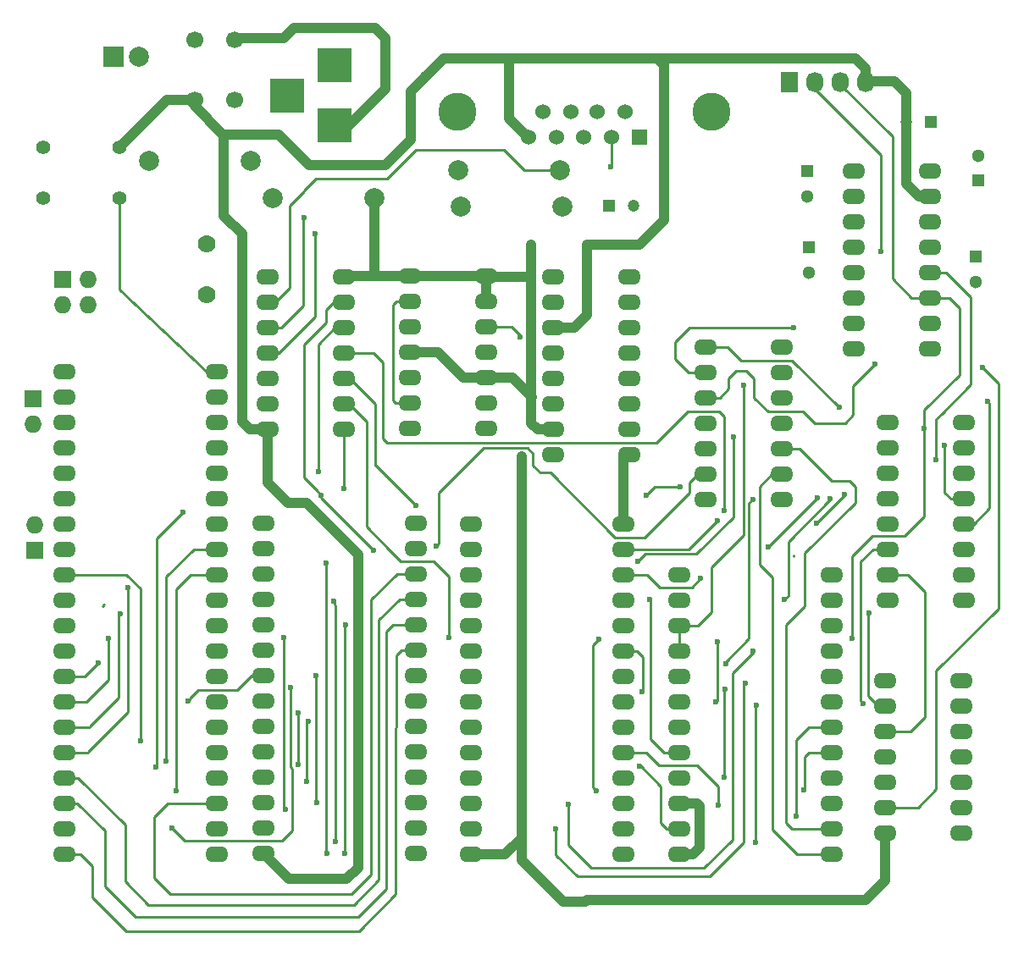
<source format=gbr>
%TF.GenerationSoftware,KiCad,Pcbnew,(6.0.2)*%
%TF.CreationDate,2022-04-25T16:03:39-04:00*%
%TF.ProjectId,MicroUK101,4d696372-6f55-44b3-9130-312e6b696361,rev?*%
%TF.SameCoordinates,Original*%
%TF.FileFunction,Copper,L2,Bot*%
%TF.FilePolarity,Positive*%
%FSLAX46Y46*%
G04 Gerber Fmt 4.6, Leading zero omitted, Abs format (unit mm)*
G04 Created by KiCad (PCBNEW (6.0.2)) date 2022-04-25 16:03:39*
%MOMM*%
%LPD*%
G01*
G04 APERTURE LIST*
%TA.AperFunction,ComponentPad*%
%ADD10R,1.200000X1.200000*%
%TD*%
%TA.AperFunction,ComponentPad*%
%ADD11C,1.200000*%
%TD*%
%TA.AperFunction,ComponentPad*%
%ADD12R,3.500120X3.500120*%
%TD*%
%TA.AperFunction,ComponentPad*%
%ADD13R,1.727200X1.727200*%
%TD*%
%TA.AperFunction,ComponentPad*%
%ADD14O,1.727200X1.727200*%
%TD*%
%TA.AperFunction,ComponentPad*%
%ADD15C,1.998980*%
%TD*%
%TA.AperFunction,ComponentPad*%
%ADD16C,1.397000*%
%TD*%
%TA.AperFunction,ComponentPad*%
%ADD17O,2.300000X1.600000*%
%TD*%
%TA.AperFunction,ComponentPad*%
%ADD18C,1.778000*%
%TD*%
%TA.AperFunction,ComponentPad*%
%ADD19R,2.000000X2.000000*%
%TD*%
%TA.AperFunction,ComponentPad*%
%ADD20C,2.000000*%
%TD*%
%TA.AperFunction,ComponentPad*%
%ADD21R,1.300000X1.300000*%
%TD*%
%TA.AperFunction,ComponentPad*%
%ADD22C,1.300000*%
%TD*%
%TA.AperFunction,ComponentPad*%
%ADD23C,1.700000*%
%TD*%
%TA.AperFunction,ComponentPad*%
%ADD24R,1.727200X2.032000*%
%TD*%
%TA.AperFunction,ComponentPad*%
%ADD25O,1.727200X2.032000*%
%TD*%
%TA.AperFunction,ComponentPad*%
%ADD26C,3.810000*%
%TD*%
%TA.AperFunction,ComponentPad*%
%ADD27R,1.524000X1.524000*%
%TD*%
%TA.AperFunction,ComponentPad*%
%ADD28C,1.524000*%
%TD*%
%TA.AperFunction,ViaPad*%
%ADD29C,0.600000*%
%TD*%
%TA.AperFunction,Conductor*%
%ADD30C,0.250000*%
%TD*%
%TA.AperFunction,Conductor*%
%ADD31C,1.000000*%
%TD*%
%TA.AperFunction,Conductor*%
%ADD32C,0.300000*%
%TD*%
G04 APERTURE END LIST*
D10*
%TO.P,C5,1*%
%TO.N,5V*%
X124460000Y-47447200D03*
D11*
%TO.P,C5,2*%
%TO.N,GND*%
X121960000Y-47447200D03*
%TD*%
D10*
%TO.P,C6,1*%
%TO.N,Net-(C6-Pad1)*%
X92252800Y-55829200D03*
D11*
%TO.P,C6,2*%
%TO.N,Net-(C6-Pad2)*%
X94752800Y-55829200D03*
%TD*%
D12*
%TO.P,CON1,1*%
%TO.N,Net-(CON1-Pad1)*%
X64820800Y-47754540D03*
%TO.P,CON1,2*%
%TO.N,Net-(CON1-Pad2)*%
X64820800Y-41755060D03*
%TO.P,CON1,3*%
%TO.N,Net-(CON1-Pad3)*%
X60121800Y-44754800D03*
%TD*%
D13*
%TO.P,P1,1*%
%TO.N,CLOCK*%
X37642800Y-63144400D03*
D14*
%TO.P,P1,2*%
%TO.N,2MHz*%
X40182800Y-63144400D03*
%TO.P,P1,3*%
%TO.N,CLOCK*%
X37642800Y-65684400D03*
%TO.P,P1,4*%
%TO.N,1MHz*%
X40182800Y-65684400D03*
%TD*%
D15*
%TO.P,R1,1*%
%TO.N,5V*%
X68834000Y-55067200D03*
%TO.P,R1,2*%
%TO.N,RESET*%
X58674000Y-55067200D03*
%TD*%
%TO.P,R2,1*%
%TO.N,Net-(C6-Pad2)*%
X87376000Y-52222400D03*
%TO.P,R2,2*%
%TO.N,Net-(R2-Pad2)*%
X77216000Y-52222400D03*
%TD*%
%TO.P,R3,1*%
%TO.N,Net-(R3-Pad1)*%
X77470000Y-55880000D03*
%TO.P,R3,2*%
%TO.N,Net-(C6-Pad1)*%
X87630000Y-55880000D03*
%TD*%
D16*
%TO.P,SW1,1*%
%TO.N,RESET*%
X35712400Y-55067200D03*
X43332400Y-55067200D03*
%TO.P,SW1,2*%
%TO.N,GND*%
X43332400Y-49987200D03*
X35712400Y-49987200D03*
%TD*%
D17*
%TO.P,U1,1*%
%TO.N,VSS*%
X37846000Y-72390000D03*
%TO.P,U1,2*%
%TO.N,5V*%
X37846000Y-74930000D03*
%TO.P,U1,3*%
%TO.N,Net-(U1-Pad3)*%
X37846000Y-77470000D03*
%TO.P,U1,4*%
%TO.N,~{IRQ}*%
X37846000Y-80010000D03*
%TO.P,U1,5*%
%TO.N,Net-(U1-Pad5)*%
X37846000Y-82550000D03*
%TO.P,U1,6*%
%TO.N,~{NMI}*%
X37846000Y-85090000D03*
%TO.P,U1,7*%
%TO.N,Net-(U1-Pad7)*%
X37846000Y-87630000D03*
%TO.P,U1,8*%
%TO.N,5V*%
X37846000Y-90170000D03*
%TO.P,U1,9*%
%TO.N,A0*%
X37846000Y-92710000D03*
%TO.P,U1,10*%
%TO.N,A1*%
X37846000Y-95250000D03*
%TO.P,U1,11*%
%TO.N,A2*%
X37846000Y-97790000D03*
%TO.P,U1,12*%
%TO.N,A3*%
X37846000Y-100330000D03*
%TO.P,U1,13*%
%TO.N,A4*%
X37846000Y-102870000D03*
%TO.P,U1,14*%
%TO.N,A5*%
X37846000Y-105410000D03*
%TO.P,U1,15*%
%TO.N,A6*%
X37846000Y-107950000D03*
%TO.P,U1,16*%
%TO.N,A7*%
X37846000Y-110490000D03*
%TO.P,U1,17*%
%TO.N,A8*%
X37846000Y-113030000D03*
%TO.P,U1,18*%
%TO.N,A9*%
X37846000Y-115570000D03*
%TO.P,U1,19*%
%TO.N,A10*%
X37846000Y-118110000D03*
%TO.P,U1,20*%
%TO.N,A11*%
X37846000Y-120650000D03*
%TO.P,U1,21*%
%TO.N,GND*%
X53086000Y-120650000D03*
%TO.P,U1,22*%
%TO.N,A12*%
X53086000Y-118110000D03*
%TO.P,U1,23*%
%TO.N,A13*%
X53086000Y-115570000D03*
%TO.P,U1,24*%
%TO.N,A14*%
X53086000Y-113030000D03*
%TO.P,U1,25*%
%TO.N,A15*%
X53086000Y-110490000D03*
%TO.P,U1,26*%
%TO.N,D7*%
X53086000Y-107950000D03*
%TO.P,U1,27*%
%TO.N,D6*%
X53086000Y-105410000D03*
%TO.P,U1,28*%
%TO.N,D5*%
X53086000Y-102870000D03*
%TO.P,U1,29*%
%TO.N,D4*%
X53086000Y-100330000D03*
%TO.P,U1,30*%
%TO.N,D3*%
X53086000Y-97790000D03*
%TO.P,U1,31*%
%TO.N,D2*%
X53086000Y-95250000D03*
%TO.P,U1,32*%
%TO.N,D1*%
X53086000Y-92710000D03*
%TO.P,U1,33*%
%TO.N,D0*%
X53086000Y-90170000D03*
%TO.P,U1,34*%
%TO.N,R/~{W}*%
X53086000Y-87630000D03*
%TO.P,U1,35*%
%TO.N,Net-(U1-Pad35)*%
X53086000Y-85090000D03*
%TO.P,U1,36*%
%TO.N,Net-(U1-Pad36)*%
X53086000Y-82550000D03*
%TO.P,U1,37*%
%TO.N,CLOCK*%
X53086000Y-80010000D03*
%TO.P,U1,38*%
%TO.N,Net-(U1-Pad38)*%
X53086000Y-77470000D03*
%TO.P,U1,39*%
%TO.N,Phi2*%
X53086000Y-74930000D03*
%TO.P,U1,40*%
%TO.N,RESET*%
X53086000Y-72390000D03*
%TD*%
%TO.P,U4,1*%
%TO.N,Net-(C1-Pad1)*%
X116738400Y-52324000D03*
%TO.P,U4,2*%
%TO.N,Net-(C3-Pad1)*%
X116738400Y-54864000D03*
%TO.P,U4,3*%
%TO.N,Net-(C1-Pad2)*%
X116738400Y-57404000D03*
%TO.P,U4,4*%
%TO.N,Net-(C2-Pad1)*%
X116738400Y-59944000D03*
%TO.P,U4,5*%
%TO.N,Net-(C2-Pad2)*%
X116738400Y-62484000D03*
%TO.P,U4,6*%
%TO.N,Net-(C4-Pad2)*%
X116738400Y-65024000D03*
%TO.P,U4,7*%
%TO.N,Tx*%
X116738400Y-67564000D03*
%TO.P,U4,8*%
%TO.N,Rx*%
X116738400Y-70104000D03*
%TO.P,U4,9*%
%TO.N,Net-(U4-Pad9)*%
X124358400Y-70104000D03*
%TO.P,U4,10*%
%TO.N,Net-(U4-Pad10)*%
X124358400Y-67564000D03*
%TO.P,U4,11*%
%TO.N,TTL_Tx*%
X124358400Y-65024000D03*
%TO.P,U4,12*%
%TO.N,TTL_Rx*%
X124358400Y-62484000D03*
%TO.P,U4,13*%
%TO.N,Net-(U4-Pad13)*%
X124358400Y-59944000D03*
%TO.P,U4,14*%
%TO.N,Net-(U4-Pad14)*%
X124358400Y-57404000D03*
%TO.P,U4,15*%
%TO.N,GND*%
X124358400Y-54864000D03*
%TO.P,U4,16*%
%TO.N,5V*%
X124358400Y-52324000D03*
%TD*%
%TO.P,U6,1*%
%TO.N,Net-(R2-Pad2)*%
X58166000Y-62941200D03*
%TO.P,U6,2*%
%TO.N,Net-(C6-Pad2)*%
X58166000Y-65481200D03*
%TO.P,U6,3*%
%TO.N,Net-(C6-Pad1)*%
X58166000Y-68021200D03*
%TO.P,U6,4*%
%TO.N,Net-(R3-Pad1)*%
X58166000Y-70561200D03*
%TO.P,U6,5*%
X58166000Y-73101200D03*
%TO.P,U6,6*%
%TO.N,4MHz*%
X58166000Y-75641200D03*
%TO.P,U6,7*%
%TO.N,GND*%
X58166000Y-78181200D03*
%TO.P,U6,8*%
%TO.N,Net-(U11-Pad2)*%
X65786000Y-78181200D03*
%TO.P,U6,9*%
%TO.N,A11*%
X65786000Y-75641200D03*
%TO.P,U6,10*%
%TO.N,CS_ACIA*%
X65786000Y-73101200D03*
%TO.P,U6,11*%
%TO.N,Fxxx*%
X65786000Y-70561200D03*
%TO.P,U6,12*%
%TO.N,Net-(U10-Pad4)*%
X65786000Y-68021200D03*
%TO.P,U6,13*%
%TO.N,R/~{W}*%
X65786000Y-65481200D03*
%TO.P,U6,14*%
%TO.N,5V*%
X65786000Y-62941200D03*
%TD*%
%TO.P,U7,1*%
%TO.N,Net-(U10-Pad11)*%
X86664800Y-62941200D03*
%TO.P,U7,2*%
%TO.N,4MHz*%
X86664800Y-65481200D03*
%TO.P,U7,3*%
%TO.N,GND*%
X86664800Y-68021200D03*
%TO.P,U7,4*%
X86664800Y-70561200D03*
%TO.P,U7,5*%
X86664800Y-73101200D03*
%TO.P,U7,6*%
X86664800Y-75641200D03*
%TO.P,U7,7*%
%TO.N,5V*%
X86664800Y-78181200D03*
%TO.P,U7,8*%
%TO.N,GND*%
X86664800Y-80721200D03*
%TO.P,U7,9*%
%TO.N,5V*%
X94284800Y-80721200D03*
%TO.P,U7,10*%
X94284800Y-78181200D03*
%TO.P,U7,11*%
%TO.N,BAUDCLK*%
X94284800Y-75641200D03*
%TO.P,U7,12*%
%TO.N,Net-(U10-Pad12)*%
X94284800Y-73101200D03*
%TO.P,U7,13*%
%TO.N,Net-(U7-Pad13)*%
X94284800Y-70561200D03*
%TO.P,U7,14*%
%TO.N,Net-(U7-Pad14)*%
X94284800Y-68021200D03*
%TO.P,U7,15*%
%TO.N,Net-(U7-Pad15)*%
X94284800Y-65481200D03*
%TO.P,U7,16*%
%TO.N,5V*%
X94284800Y-62941200D03*
%TD*%
%TO.P,U8,1*%
%TO.N,5V*%
X72390000Y-62839600D03*
%TO.P,U8,2*%
%TO.N,2MHz*%
X72390000Y-65379600D03*
%TO.P,U8,3*%
%TO.N,4MHz*%
X72390000Y-67919600D03*
%TO.P,U8,4*%
%TO.N,5V*%
X72390000Y-70459600D03*
%TO.P,U8,5*%
%TO.N,Net-(U8-Pad5)*%
X72390000Y-72999600D03*
%TO.P,U8,6*%
%TO.N,2MHz*%
X72390000Y-75539600D03*
%TO.P,U8,7*%
%TO.N,GND*%
X72390000Y-78079600D03*
%TO.P,U8,8*%
%TO.N,1MHz*%
X80010000Y-78079600D03*
%TO.P,U8,9*%
%TO.N,Net-(U8-Pad9)*%
X80010000Y-75539600D03*
%TO.P,U8,10*%
%TO.N,5V*%
X80010000Y-72999600D03*
%TO.P,U8,11*%
%TO.N,2MHz*%
X80010000Y-70459600D03*
%TO.P,U8,12*%
%TO.N,1MHz*%
X80010000Y-67919600D03*
%TO.P,U8,13*%
%TO.N,5V*%
X80010000Y-65379600D03*
%TO.P,U8,14*%
X80010000Y-62839600D03*
%TD*%
%TO.P,U9,1*%
%TO.N,A12*%
X120142000Y-77470000D03*
%TO.P,U9,2*%
%TO.N,A13*%
X120142000Y-80010000D03*
%TO.P,U9,3*%
%TO.N,A14*%
X120142000Y-82550000D03*
%TO.P,U9,4*%
%TO.N,GND*%
X120142000Y-85090000D03*
%TO.P,U9,5*%
X120142000Y-87630000D03*
%TO.P,U9,6*%
%TO.N,A15*%
X120142000Y-90170000D03*
%TO.P,U9,7*%
%TO.N,Fxxx*%
X120142000Y-92710000D03*
%TO.P,U9,8*%
%TO.N,GND*%
X120142000Y-95250000D03*
%TO.P,U9,9*%
%TO.N,Exxx*%
X127762000Y-95250000D03*
%TO.P,U9,10*%
%TO.N,Dxxx*%
X127762000Y-92710000D03*
%TO.P,U9,11*%
%TO.N,Cxxx*%
X127762000Y-90170000D03*
%TO.P,U9,12*%
%TO.N,Bxxx*%
X127762000Y-87630000D03*
%TO.P,U9,13*%
%TO.N,Axxx*%
X127762000Y-85090000D03*
%TO.P,U9,14*%
%TO.N,9xxx*%
X127762000Y-82550000D03*
%TO.P,U9,15*%
%TO.N,8xxx*%
X127762000Y-80010000D03*
%TO.P,U9,16*%
%TO.N,5V*%
X127762000Y-77470000D03*
%TD*%
%TO.P,U10,1*%
%TO.N,Axxx*%
X101955600Y-69951600D03*
%TO.P,U10,2*%
%TO.N,Bxxx*%
X101955600Y-72491600D03*
%TO.P,U10,3*%
%TO.N,Net-(U10-Pad3)*%
X101955600Y-75031600D03*
%TO.P,U10,4*%
%TO.N,Net-(U10-Pad4)*%
X101955600Y-77571600D03*
%TO.P,U10,5*%
%TO.N,Phi2*%
X101955600Y-80111600D03*
%TO.P,U10,6*%
%TO.N,~{WRITE}*%
X101955600Y-82651600D03*
%TO.P,U10,7*%
%TO.N,GND*%
X101955600Y-85191600D03*
%TO.P,U10,8*%
%TO.N,~{READ}*%
X109575600Y-85191600D03*
%TO.P,U10,9*%
%TO.N,R/~{W}*%
X109575600Y-82651600D03*
%TO.P,U10,10*%
%TO.N,Phi2*%
X109575600Y-80111600D03*
%TO.P,U10,11*%
%TO.N,Net-(U10-Pad11)*%
X109575600Y-77571600D03*
%TO.P,U10,12*%
%TO.N,Net-(U10-Pad12)*%
X109575600Y-75031600D03*
%TO.P,U10,13*%
%TO.N,BAUDCLK*%
X109575600Y-72491600D03*
%TO.P,U10,14*%
%TO.N,5V*%
X109575600Y-69951600D03*
%TD*%
%TO.P,U11,1*%
%TO.N,Net-(U11-Pad1)*%
X119888000Y-103276400D03*
%TO.P,U11,2*%
%TO.N,Net-(U11-Pad2)*%
X119888000Y-105816400D03*
%TO.P,U11,3*%
%TO.N,Fxxx*%
X119888000Y-108356400D03*
%TO.P,U11,4*%
%TO.N,CS_ROM*%
X119888000Y-110896400D03*
%TO.P,U11,5*%
%TO.N,Net-(U11-Pad1)*%
X119888000Y-113436400D03*
%TO.P,U11,6*%
%TO.N,Net-(U10-Pad3)*%
X119888000Y-115976400D03*
%TO.P,U11,7*%
%TO.N,GND*%
X119888000Y-118516400D03*
%TO.P,U11,8*%
%TO.N,Net-(U11-Pad8)*%
X127508000Y-118516400D03*
%TO.P,U11,9*%
%TO.N,Net-(U11-Pad9)*%
X127508000Y-115976400D03*
%TO.P,U11,10*%
%TO.N,Net-(U11-Pad10)*%
X127508000Y-113436400D03*
%TO.P,U11,11*%
%TO.N,Net-(U11-Pad11)*%
X127508000Y-110896400D03*
%TO.P,U11,12*%
%TO.N,Net-(U11-Pad12)*%
X127508000Y-108356400D03*
%TO.P,U11,13*%
%TO.N,Net-(U11-Pad13)*%
X127508000Y-105816400D03*
%TO.P,U11,14*%
%TO.N,5V*%
X127508000Y-103276400D03*
%TD*%
D18*
%TO.P,X1,1*%
%TO.N,Net-(R2-Pad2)*%
X52070000Y-59588400D03*
%TO.P,X1,2*%
%TO.N,Net-(R3-Pad1)*%
X52070000Y-64668400D03*
%TD*%
D17*
%TO.P,U2,1*%
%TO.N,A14*%
X57759600Y-87528400D03*
%TO.P,U2,2*%
%TO.N,A12*%
X57759600Y-90068400D03*
%TO.P,U2,3*%
%TO.N,A7*%
X57759600Y-92608400D03*
%TO.P,U2,4*%
%TO.N,A6*%
X57759600Y-95148400D03*
%TO.P,U2,5*%
%TO.N,A5*%
X57759600Y-97688400D03*
%TO.P,U2,6*%
%TO.N,A4*%
X57759600Y-100228400D03*
%TO.P,U2,7*%
%TO.N,A3*%
X57759600Y-102768400D03*
%TO.P,U2,8*%
%TO.N,A2*%
X57759600Y-105308400D03*
%TO.P,U2,9*%
%TO.N,A1*%
X57759600Y-107848400D03*
%TO.P,U2,10*%
%TO.N,A0*%
X57759600Y-110388400D03*
%TO.P,U2,11*%
%TO.N,D0*%
X57759600Y-112928400D03*
%TO.P,U2,12*%
%TO.N,D1*%
X57759600Y-115468400D03*
%TO.P,U2,13*%
%TO.N,D2*%
X57759600Y-118008400D03*
%TO.P,U2,14*%
%TO.N,GND*%
X57759600Y-120548400D03*
%TO.P,U2,15*%
%TO.N,D3*%
X72999600Y-120548400D03*
%TO.P,U2,16*%
%TO.N,D4*%
X72999600Y-118008400D03*
%TO.P,U2,17*%
%TO.N,D5*%
X72999600Y-115468400D03*
%TO.P,U2,18*%
%TO.N,D6*%
X72999600Y-112928400D03*
%TO.P,U2,19*%
%TO.N,D7*%
X72999600Y-110388400D03*
%TO.P,U2,20*%
%TO.N,A15*%
X72999600Y-107848400D03*
%TO.P,U2,21*%
%TO.N,A10*%
X72999600Y-105308400D03*
%TO.P,U2,22*%
%TO.N,~{READ}*%
X72999600Y-102768400D03*
%TO.P,U2,23*%
%TO.N,A11*%
X72999600Y-100228400D03*
%TO.P,U2,24*%
%TO.N,A9*%
X72999600Y-97688400D03*
%TO.P,U2,25*%
%TO.N,A8*%
X72999600Y-95148400D03*
%TO.P,U2,26*%
%TO.N,A13*%
X72999600Y-92608400D03*
%TO.P,U2,27*%
%TO.N,~{WRITE}*%
X72999600Y-90068400D03*
%TO.P,U2,28*%
%TO.N,5V*%
X72999600Y-87528400D03*
%TD*%
%TO.P,U3,1*%
%TO.N,5V*%
X78435200Y-87630000D03*
%TO.P,U3,2*%
%TO.N,A12*%
X78435200Y-90170000D03*
%TO.P,U3,3*%
%TO.N,A7*%
X78435200Y-92710000D03*
%TO.P,U3,4*%
%TO.N,A6*%
X78435200Y-95250000D03*
%TO.P,U3,5*%
%TO.N,A5*%
X78435200Y-97790000D03*
%TO.P,U3,6*%
%TO.N,A4*%
X78435200Y-100330000D03*
%TO.P,U3,7*%
%TO.N,A3*%
X78435200Y-102870000D03*
%TO.P,U3,8*%
%TO.N,A2*%
X78435200Y-105410000D03*
%TO.P,U3,9*%
%TO.N,A1*%
X78435200Y-107950000D03*
%TO.P,U3,10*%
%TO.N,A0*%
X78435200Y-110490000D03*
%TO.P,U3,11*%
%TO.N,D0*%
X78435200Y-113030000D03*
%TO.P,U3,12*%
%TO.N,D1*%
X78435200Y-115570000D03*
%TO.P,U3,13*%
%TO.N,D2*%
X78435200Y-118110000D03*
%TO.P,U3,14*%
%TO.N,GND*%
X78435200Y-120650000D03*
%TO.P,U3,15*%
%TO.N,D3*%
X93675200Y-120650000D03*
%TO.P,U3,16*%
%TO.N,D4*%
X93675200Y-118110000D03*
%TO.P,U3,17*%
%TO.N,D5*%
X93675200Y-115570000D03*
%TO.P,U3,18*%
%TO.N,D6*%
X93675200Y-113030000D03*
%TO.P,U3,19*%
%TO.N,D7*%
X93675200Y-110490000D03*
%TO.P,U3,20*%
%TO.N,CS_ROM*%
X93675200Y-107950000D03*
%TO.P,U3,21*%
%TO.N,A10*%
X93675200Y-105410000D03*
%TO.P,U3,22*%
%TO.N,~{READ}*%
X93675200Y-102870000D03*
%TO.P,U3,23*%
%TO.N,A11*%
X93675200Y-100330000D03*
%TO.P,U3,24*%
%TO.N,A9*%
X93675200Y-97790000D03*
%TO.P,U3,25*%
%TO.N,A8*%
X93675200Y-95250000D03*
%TO.P,U3,26*%
%TO.N,A13*%
X93675200Y-92710000D03*
%TO.P,U3,27*%
%TO.N,A14*%
X93675200Y-90170000D03*
%TO.P,U3,28*%
%TO.N,5V*%
X93675200Y-87630000D03*
%TD*%
%TO.P,U5,1*%
%TO.N,GND*%
X99263200Y-92710000D03*
%TO.P,U5,2*%
%TO.N,TTL_Rx*%
X99263200Y-95250000D03*
%TO.P,U5,3*%
%TO.N,BAUDCLK*%
X99263200Y-97790000D03*
%TO.P,U5,4*%
X99263200Y-100330000D03*
%TO.P,U5,5*%
%TO.N,Net-(U5-Pad5)*%
X99263200Y-102870000D03*
%TO.P,U5,6*%
%TO.N,TTL_Tx*%
X99263200Y-105410000D03*
%TO.P,U5,7*%
%TO.N,Net-(U5-Pad7)*%
X99263200Y-107950000D03*
%TO.P,U5,8*%
%TO.N,CS_ACIA*%
X99263200Y-110490000D03*
%TO.P,U5,9*%
%TO.N,A11*%
X99263200Y-113030000D03*
%TO.P,U5,10*%
%TO.N,5V*%
X99263200Y-115570000D03*
%TO.P,U5,11*%
%TO.N,A0*%
X99263200Y-118110000D03*
%TO.P,U5,12*%
%TO.N,5V*%
X99263200Y-120650000D03*
%TO.P,U5,13*%
%TO.N,R/~{W}*%
X114503200Y-120650000D03*
%TO.P,U5,14*%
%TO.N,Phi2*%
X114503200Y-118110000D03*
%TO.P,U5,15*%
%TO.N,D7*%
X114503200Y-115570000D03*
%TO.P,U5,16*%
%TO.N,D6*%
X114503200Y-113030000D03*
%TO.P,U5,17*%
%TO.N,D5*%
X114503200Y-110490000D03*
%TO.P,U5,18*%
%TO.N,D4*%
X114503200Y-107950000D03*
%TO.P,U5,19*%
%TO.N,D3*%
X114503200Y-105410000D03*
%TO.P,U5,20*%
%TO.N,D2*%
X114503200Y-102870000D03*
%TO.P,U5,21*%
%TO.N,D1*%
X114503200Y-100330000D03*
%TO.P,U5,22*%
%TO.N,D0*%
X114503200Y-97790000D03*
%TO.P,U5,23*%
%TO.N,GND*%
X114503200Y-95250000D03*
%TO.P,U5,24*%
X114503200Y-92710000D03*
%TD*%
D19*
%TO.P,D1,1*%
%TO.N,GND*%
X42722800Y-40894000D03*
D20*
%TO.P,D1,2*%
%TO.N,Net-(D1-Pad2)*%
X45262800Y-40894000D03*
%TD*%
D15*
%TO.P,R4,1*%
%TO.N,5V*%
X56489600Y-51308000D03*
%TO.P,R4,2*%
%TO.N,Net-(D1-Pad2)*%
X46329600Y-51308000D03*
%TD*%
D21*
%TO.P,C1,1*%
%TO.N,Net-(C1-Pad1)*%
X112115600Y-52324000D03*
D22*
%TO.P,C1,2*%
%TO.N,Net-(C1-Pad2)*%
X112115600Y-54824000D03*
%TD*%
D21*
%TO.P,C2,1*%
%TO.N,Net-(C2-Pad1)*%
X112217200Y-59944000D03*
D22*
%TO.P,C2,2*%
%TO.N,Net-(C2-Pad2)*%
X112217200Y-62444000D03*
%TD*%
D21*
%TO.P,C3,1*%
%TO.N,Net-(C3-Pad1)*%
X129184400Y-53289200D03*
D22*
%TO.P,C3,2*%
%TO.N,5V*%
X129184400Y-50789200D03*
%TD*%
D21*
%TO.P,C4,1*%
%TO.N,GND*%
X128930400Y-60909200D03*
D22*
%TO.P,C4,2*%
%TO.N,Net-(C4-Pad2)*%
X128930400Y-63409200D03*
%TD*%
D23*
%TO.P,SW2,1*%
%TO.N,GND*%
X50850800Y-45212000D03*
%TO.P,SW2,2*%
%TO.N,Net-(CON1-Pad2)*%
X50850800Y-39212000D03*
%TO.P,SW2,3*%
%TO.N,5V*%
X54850800Y-45212000D03*
%TO.P,SW2,4*%
%TO.N,Net-(CON1-Pad1)*%
X54850800Y-39212000D03*
%TD*%
D24*
%TO.P,P2,1*%
%TO.N,5V*%
X110286800Y-43434000D03*
D25*
%TO.P,P2,2*%
%TO.N,TTL_Rx*%
X112826800Y-43434000D03*
%TO.P,P2,3*%
%TO.N,TTL_Tx*%
X115366800Y-43434000D03*
%TO.P,P2,4*%
%TO.N,GND*%
X117906800Y-43434000D03*
%TD*%
D13*
%TO.P,P3,1*%
%TO.N,5V*%
X34696400Y-75082400D03*
D14*
%TO.P,P3,2*%
%TO.N,~{IRQ}*%
X34696400Y-77622400D03*
%TD*%
D13*
%TO.P,P4,1*%
%TO.N,5V*%
X34848800Y-90220800D03*
D14*
%TO.P,P4,2*%
%TO.N,~{NMI}*%
X34848800Y-87680800D03*
%TD*%
D26*
%TO.P,J1,*%
%TO.N,*%
X77139800Y-46380400D03*
X102539800Y-46380400D03*
D27*
%TO.P,J1,1*%
%TO.N,Net-(J1-Pad1)*%
X95300800Y-48920400D03*
D28*
%TO.P,J1,2*%
%TO.N,Rx*%
X92506800Y-48920400D03*
%TO.P,J1,3*%
%TO.N,Tx*%
X89712800Y-48920400D03*
%TO.P,J1,4*%
%TO.N,Net-(J1-Pad4)*%
X87045800Y-48920400D03*
%TO.P,J1,5*%
%TO.N,GND*%
X84251800Y-48920400D03*
%TO.P,J1,6*%
%TO.N,Net-(J1-Pad6)*%
X93903800Y-46380400D03*
%TO.P,J1,7*%
%TO.N,Net-(J1-Pad7)*%
X91109800Y-46380400D03*
%TO.P,J1,8*%
%TO.N,Net-(J1-Pad8)*%
X88442800Y-46380400D03*
%TO.P,J1,9*%
%TO.N,Net-(J1-Pad9)*%
X85648800Y-46380400D03*
%TD*%
D29*
%TO.N,Net-(C6-Pad1)*%
X61772800Y-56997600D03*
%TO.N,5V*%
X84480400Y-59690000D03*
%TO.N,GND*%
X83515200Y-80873600D03*
%TO.N,Rx*%
X92440800Y-51854400D03*
%TO.N,1MHz*%
X83413600Y-68884800D03*
%TO.N,Net-(R3-Pad1)*%
X62890400Y-58572400D03*
%TO.N,A0*%
X45415200Y-109270800D03*
X95300800Y-111861600D03*
%TO.N,A3*%
X50190400Y-105359200D03*
%TO.N,A4*%
X41198800Y-101498400D03*
%TO.N,A5*%
X42214800Y-99060000D03*
%TO.N,A6*%
X43383200Y-96570800D03*
%TO.N,A7*%
X44145200Y-93980000D03*
%TO.N,A10*%
X60452000Y-103987600D03*
X48564800Y-118059200D03*
%TO.N,A11*%
X103784400Y-112928400D03*
X103835200Y-104140000D03*
X95605600Y-104394000D03*
X76301600Y-98958400D03*
%TO.N,A12*%
X95148400Y-91389200D03*
X64058800Y-120548400D03*
X104698800Y-78892400D03*
X64008000Y-91541600D03*
%TO.N,A13*%
X113131600Y-84988400D03*
X108153200Y-89916000D03*
X101447600Y-93065600D03*
%TO.N,A14*%
X113030000Y-87528400D03*
X103124000Y-87274400D03*
X49682400Y-86410800D03*
X115824000Y-84683600D03*
X46990000Y-111963200D03*
%TO.N,A15*%
X62026800Y-113385600D03*
X62179200Y-107391200D03*
X117652800Y-105562400D03*
%TO.N,D7*%
X103174800Y-115773200D03*
%TO.N,D6*%
X61214000Y-106527600D03*
X61214000Y-111658400D03*
%TO.N,D5*%
X111760000Y-114198400D03*
X62941200Y-102768400D03*
X63042800Y-115468400D03*
%TO.N,D4*%
X110947200Y-116840000D03*
X59893200Y-116128800D03*
X59791600Y-98958400D03*
%TO.N,D3*%
X106934000Y-119430800D03*
X65938400Y-97688400D03*
X65887600Y-120599200D03*
X107035600Y-105714800D03*
%TO.N,D2*%
X86969600Y-118110000D03*
X105867200Y-103530400D03*
X64922400Y-119380000D03*
X64719200Y-95300800D03*
%TO.N,D1*%
X48971200Y-114300000D03*
X88239600Y-115671600D03*
X106680000Y-100330000D03*
%TO.N,D0*%
X91287600Y-99161600D03*
X90982800Y-114300000D03*
X48006000Y-111353600D03*
%TO.N,R/~{W}*%
X68732400Y-90220800D03*
X99364800Y-83921600D03*
X63500000Y-84734400D03*
X96012000Y-84785200D03*
%TO.N,~{READ}*%
X106629200Y-85191600D03*
X103936800Y-101600000D03*
%TO.N,BAUDCLK*%
X105714800Y-73710800D03*
%TO.N,CS_ACIA*%
X96316800Y-95199200D03*
X72948800Y-85750400D03*
%TO.N,Net-(U11-Pad2)*%
X65786000Y-84074000D03*
X118262400Y-96520000D03*
%TO.N,Fxxx*%
X103784400Y-86258400D03*
%TO.N,Net-(U10-Pad4)*%
X63246000Y-82397600D03*
%TO.N,Bxxx*%
X130149600Y-75336400D03*
X110693200Y-68021200D03*
%TO.N,Axxx*%
X125831600Y-79756000D03*
X115265200Y-75946000D03*
%TO.N,Net-(U10-Pad3)*%
X129641600Y-71983600D03*
X118872000Y-71628000D03*
%TO.N,TTL_Rx*%
X119430800Y-60350400D03*
X114401600Y-85090000D03*
X109829600Y-95199200D03*
X124968000Y-81178400D03*
%TO.N,TTL_Tx*%
X116586000Y-99060000D03*
X102971600Y-105410000D03*
X123799600Y-78079600D03*
X103073200Y-99364800D03*
%TO.N,~{WRITE}*%
X75031600Y-89814400D03*
%TD*%
D30*
%TO.N,*%
X41808400Y-95656400D02*
X41656000Y-95808800D01*
X110693200Y-90779600D02*
X110693200Y-90830400D01*
%TO.N,Net-(C6-Pad1)*%
X61722000Y-65786000D02*
X61722000Y-60604400D01*
X61772800Y-56997600D02*
X61722000Y-56997600D01*
X58166000Y-68021200D02*
X59486800Y-68021200D01*
X61722000Y-60604400D02*
X61722000Y-56997600D01*
X59486800Y-68021200D02*
X61722000Y-65786000D01*
%TO.N,Net-(C6-Pad2)*%
X60350400Y-55778400D02*
X60350400Y-57556400D01*
X58877200Y-65481200D02*
X60350400Y-64008000D01*
X60350400Y-64008000D02*
X60350400Y-57556400D01*
X61798200Y-54330600D02*
X60350400Y-55778400D01*
X61798200Y-54279800D02*
X62992000Y-53086000D01*
X81737200Y-50190400D02*
X83769200Y-52222400D01*
X73101200Y-50190400D02*
X81737200Y-50190400D01*
X72999600Y-50190400D02*
X70104000Y-53086000D01*
X70104000Y-53086000D02*
X62992000Y-53086000D01*
X58166000Y-65481200D02*
X58877200Y-65481200D01*
X87376000Y-52222400D02*
X83769200Y-52222400D01*
X73101200Y-50190400D02*
X72999600Y-50190400D01*
X61798200Y-54330600D02*
X61798200Y-54279800D01*
D31*
%TO.N,5V*%
X100685600Y-120650000D02*
X101346000Y-119989600D01*
X101346000Y-119989600D02*
X101346000Y-115824000D01*
X101346000Y-115824000D02*
X101092000Y-115570000D01*
X101092000Y-115570000D02*
X99263200Y-115570000D01*
X86664800Y-78181200D02*
X85293200Y-78181200D01*
X84531200Y-74930000D02*
X82600800Y-72999600D01*
X82600800Y-72999600D02*
X80010000Y-72999600D01*
X84480400Y-66649600D02*
X84480400Y-74879200D01*
D30*
X84480400Y-74879200D02*
X84531200Y-74930000D01*
D31*
X77724000Y-72999600D02*
X75184000Y-70459600D01*
X75184000Y-70459600D02*
X72390000Y-70459600D01*
X85140800Y-78181200D02*
X84480400Y-77520800D01*
X84480400Y-77520800D02*
X84480400Y-74879200D01*
X94030800Y-80721200D02*
X93675200Y-81076800D01*
X93675200Y-81076800D02*
X93675200Y-87630000D01*
X68834000Y-62839600D02*
X72390000Y-62839600D01*
X68834000Y-62788800D02*
X68834000Y-62839600D01*
X65938400Y-62788800D02*
X65786000Y-62941200D01*
X80010000Y-62839600D02*
X80060800Y-62890400D01*
X80060800Y-62890400D02*
X84480400Y-62890400D01*
X84480400Y-62890400D02*
X84480400Y-59690000D01*
X68834000Y-55067200D02*
X68834000Y-62788800D01*
X80010000Y-65379600D02*
X80010000Y-62839600D01*
X72390000Y-62839600D02*
X80010000Y-62839600D01*
X68834000Y-62788800D02*
X65938400Y-62788800D01*
X84480400Y-66649600D02*
X84480400Y-62890400D01*
X99263200Y-120650000D02*
X100685600Y-120650000D01*
X85293200Y-78181200D02*
X85140800Y-78181200D01*
X80010000Y-72999600D02*
X77724000Y-72999600D01*
X94284800Y-80721200D02*
X94030800Y-80721200D01*
D30*
X86664800Y-78181200D02*
X85699600Y-78181200D01*
D31*
%TO.N,GND*%
X123240800Y-54864000D02*
X121960000Y-53583200D01*
X121960000Y-53583200D02*
X121960000Y-47447200D01*
X43332400Y-49936400D02*
X48056800Y-45212000D01*
X48056800Y-45212000D02*
X50850800Y-45212000D01*
X97739200Y-50088800D02*
X97739200Y-57251600D01*
X97739200Y-57251600D02*
X95300800Y-59690000D01*
X95300800Y-59690000D02*
X90068400Y-59690000D01*
X88798400Y-68021200D02*
X90068400Y-66751200D01*
X90068400Y-66751200D02*
X90068400Y-59690000D01*
X60299600Y-123088400D02*
X65989200Y-123088400D01*
X65989200Y-123088400D02*
X67208400Y-121970800D01*
X67208400Y-121970800D02*
X67208400Y-91287600D01*
X60198000Y-85547200D02*
X58166000Y-83515200D01*
X58166000Y-83515200D02*
X58166000Y-78181200D01*
X50850800Y-45821600D02*
X53594000Y-48564800D01*
X53746400Y-48717200D02*
X53746400Y-56794400D01*
X53746400Y-56794400D02*
X55575200Y-58623200D01*
X56388000Y-78181200D02*
X55575200Y-77368400D01*
X55575200Y-77368400D02*
X55575200Y-58623200D01*
X53594000Y-48564800D02*
X53746400Y-48717200D01*
X67208400Y-90678000D02*
X62077600Y-85547200D01*
X62077600Y-85547200D02*
X60198000Y-85547200D01*
X81889600Y-120650000D02*
X83515200Y-119024400D01*
X83515200Y-119024400D02*
X83515200Y-80873600D01*
X102108000Y-41046400D02*
X116890800Y-41046400D01*
X116890800Y-41046400D02*
X117906800Y-42062400D01*
X117906800Y-42062400D02*
X117906800Y-43434000D01*
X117906800Y-43434000D02*
X117957600Y-43383200D01*
X117957600Y-43383200D02*
X120802400Y-43383200D01*
X120802400Y-43383200D02*
X121960000Y-44540800D01*
X121960000Y-44540800D02*
X121960000Y-47447200D01*
X75742800Y-41046400D02*
X73863200Y-42926000D01*
X73863200Y-42926000D02*
X73863200Y-42875200D01*
X97739200Y-45720000D02*
X97739200Y-48158400D01*
X97739200Y-41706800D02*
X97078800Y-41046400D01*
X97078800Y-41046400D02*
X82240800Y-41046400D01*
X97739200Y-48158400D02*
X97739200Y-50088800D01*
X84106800Y-48920400D02*
X82240800Y-47054400D01*
X82240800Y-47054400D02*
X82240800Y-41046400D01*
X82240800Y-41046400D02*
X75742800Y-41046400D01*
X89916000Y-125374400D02*
X90068400Y-125222000D01*
X83515200Y-119024400D02*
X83515200Y-121208800D01*
X83515200Y-121208800D02*
X87680800Y-125374400D01*
X58166000Y-78181200D02*
X56388000Y-78181200D01*
X59283600Y-48717200D02*
X53746400Y-48717200D01*
X67208400Y-91287600D02*
X67208400Y-90678000D01*
X72440800Y-44348400D02*
X72440800Y-49174400D01*
X119888000Y-123240800D02*
X119888000Y-118516400D01*
X57759600Y-120548400D02*
X60299600Y-123088400D01*
X75742800Y-41046400D02*
X72440800Y-44348400D01*
X102108000Y-41046400D02*
X97078800Y-41046400D01*
X72440800Y-49174400D02*
X69900800Y-51714400D01*
X84251800Y-48920400D02*
X84106800Y-48920400D01*
X87680800Y-125374400D02*
X89916000Y-125374400D01*
X69900800Y-51714400D02*
X62280800Y-51714400D01*
X86664800Y-68021200D02*
X88798400Y-68021200D01*
X62280800Y-51714400D02*
X59283600Y-48717200D01*
X117906800Y-125222000D02*
X119888000Y-123240800D01*
X124358400Y-54864000D02*
X123240800Y-54864000D01*
D30*
X43332400Y-49987200D02*
X43332400Y-49936400D01*
D31*
X78435200Y-120650000D02*
X81889600Y-120650000D01*
D32*
X50850800Y-45212000D02*
X50850800Y-45821600D01*
D31*
X97739200Y-45720000D02*
X97739200Y-41706800D01*
X90068400Y-125222000D02*
X117906800Y-125222000D01*
D30*
%TO.N,Rx*%
X92440800Y-51854400D02*
X92506800Y-51788400D01*
X92506800Y-51788400D02*
X92506800Y-48920400D01*
%TO.N,2MHz*%
X70967600Y-75539600D02*
X70713600Y-75285600D01*
X70713600Y-75285600D02*
X70713600Y-65684400D01*
X70713600Y-65684400D02*
X71018400Y-65379600D01*
X71018400Y-65379600D02*
X72390000Y-65379600D01*
X72390000Y-75539600D02*
X70967600Y-75539600D01*
%TO.N,1MHz*%
X82499200Y-67919600D02*
X80010000Y-67919600D01*
X83413600Y-68884800D02*
X83439000Y-68859400D01*
X83439000Y-68859400D02*
X82499200Y-67919600D01*
%TO.N,Net-(R3-Pad1)*%
X59537600Y-70256400D02*
X62890400Y-66903600D01*
X62890400Y-66903600D02*
X62890400Y-61620400D01*
X59232800Y-70561200D02*
X59537600Y-70256400D01*
X62890400Y-58572400D02*
X62890400Y-61620400D01*
X58166000Y-70561200D02*
X59232800Y-70561200D01*
%TO.N,A0*%
X44043600Y-92710000D02*
X37846000Y-92710000D01*
X98044000Y-118110000D02*
X99263200Y-118110000D01*
X97434400Y-117500400D02*
X97434400Y-113842800D01*
X97434400Y-113842800D02*
X95453200Y-111861600D01*
X95453200Y-111861600D02*
X95300800Y-111861600D01*
X45415200Y-94081600D02*
X44043600Y-92710000D01*
X98044000Y-118110000D02*
X97434400Y-117500400D01*
X45415200Y-109270800D02*
X45415200Y-94081600D01*
%TO.N,A3*%
X55118000Y-104190800D02*
X56540400Y-102768400D01*
X56540400Y-102768400D02*
X57759600Y-102768400D01*
X51206400Y-104190800D02*
X55118000Y-104190800D01*
X50342800Y-105054400D02*
X50342800Y-105206800D01*
X50342800Y-105206800D02*
X50190400Y-105359200D01*
X51206400Y-104190800D02*
X50342800Y-105054400D01*
%TO.N,A4*%
X37846000Y-102870000D02*
X39827200Y-102870000D01*
X39827200Y-102870000D02*
X41198800Y-101498400D01*
%TO.N,A5*%
X39827200Y-105410000D02*
X37846000Y-105410000D01*
X40030400Y-105410000D02*
X42214800Y-103225600D01*
X42214800Y-103225600D02*
X42214800Y-99060000D01*
X39827200Y-105410000D02*
X40030400Y-105410000D01*
%TO.N,A6*%
X43230800Y-96723200D02*
X43230800Y-105003600D01*
X40335200Y-107950000D02*
X37846000Y-107950000D01*
X40335200Y-107899200D02*
X43230800Y-105003600D01*
X40335200Y-107950000D02*
X40335200Y-107899200D01*
%TO.N,A7*%
X40182800Y-110490000D02*
X37846000Y-110490000D01*
X40182800Y-110388400D02*
X44145200Y-106426000D01*
X44145200Y-106426000D02*
X44145200Y-93980000D01*
X40182800Y-110490000D02*
X40182800Y-110388400D01*
%TO.N,A8*%
X39217600Y-113030000D02*
X43891200Y-117703600D01*
X43891200Y-117703600D02*
X43891200Y-123342400D01*
X43891200Y-123342400D02*
X46253400Y-125704600D01*
X66776600Y-125704600D02*
X69265800Y-123215400D01*
X69265800Y-97332800D02*
X69265800Y-123215400D01*
X69265800Y-97205800D02*
X71323200Y-95148400D01*
X71323200Y-95148400D02*
X72999600Y-95148400D01*
X46253400Y-125704600D02*
X66700400Y-125704600D01*
X66700400Y-125704600D02*
X66776600Y-125704600D01*
X37846000Y-113030000D02*
X39217600Y-113030000D01*
X69265800Y-97332800D02*
X69265800Y-97205800D01*
%TO.N,A9*%
X39116000Y-115570000D02*
X41859200Y-118313200D01*
X41859200Y-118313200D02*
X41859200Y-123850400D01*
X41859200Y-123850400D02*
X44907200Y-126898400D01*
X70713600Y-97688400D02*
X70027800Y-98374200D01*
X70027800Y-98374200D02*
X70027800Y-98933000D01*
X67208400Y-126898400D02*
X70027800Y-124079000D01*
X37846000Y-115570000D02*
X39116000Y-115570000D01*
X44907200Y-126898400D02*
X67208400Y-126898400D01*
X70764400Y-97688400D02*
X70713600Y-97688400D01*
X70027800Y-98933000D02*
X70027800Y-124079000D01*
X72999600Y-97688400D02*
X70764400Y-97688400D01*
%TO.N,A10*%
X59588400Y-119329200D02*
X49834800Y-119329200D01*
X49834800Y-119329200D02*
X48564800Y-118059200D01*
X60452000Y-103987600D02*
X60452000Y-111912400D01*
X60452000Y-111912400D02*
X60604400Y-112064800D01*
X60604400Y-112064800D02*
X60604400Y-118313200D01*
X60604400Y-118313200D02*
X59588400Y-119329200D01*
%TO.N,A11*%
X70967600Y-108000800D02*
X71018400Y-107950000D01*
X71018400Y-107950000D02*
X71018400Y-101752400D01*
X71577200Y-100228400D02*
X72999600Y-100228400D01*
X71526400Y-100279200D02*
X71018400Y-100787200D01*
X71018400Y-100787200D02*
X71018400Y-101752400D01*
X39471600Y-120650000D02*
X40640000Y-121818400D01*
X40640000Y-121818400D02*
X40640000Y-124968000D01*
X40640000Y-124968000D02*
X43992800Y-128320800D01*
X43992800Y-128320800D02*
X67310000Y-128320800D01*
X67310000Y-128320800D02*
X70967600Y-124663200D01*
X70967600Y-124663200D02*
X70967600Y-108000800D01*
X66243200Y-75641200D02*
X68021200Y-77419200D01*
X68021200Y-77419200D02*
X68021200Y-82245200D01*
X70358000Y-90220800D02*
X71475600Y-91338400D01*
X71475600Y-91338400D02*
X74777600Y-91338400D01*
X74777600Y-91338400D02*
X76301600Y-92862400D01*
X76301600Y-92862400D02*
X76301600Y-98958400D01*
X68021200Y-87884000D02*
X70358000Y-90220800D01*
X95046800Y-100330000D02*
X95656400Y-100939600D01*
X95656400Y-100939600D02*
X95656400Y-104343200D01*
X95656400Y-104343200D02*
X95605600Y-104394000D01*
X103835200Y-104140000D02*
X103784400Y-104190800D01*
X103784400Y-104190800D02*
X103784400Y-112928400D01*
X37846000Y-120650000D02*
X39471600Y-120650000D01*
X71577200Y-100228400D02*
X71577200Y-100279200D01*
X68021200Y-82245200D02*
X68021200Y-87884000D01*
X71577200Y-100279200D02*
X71526400Y-100279200D01*
X65786000Y-75641200D02*
X66243200Y-75641200D01*
X93675200Y-100330000D02*
X95046800Y-100330000D01*
%TO.N,A12*%
X95148400Y-91389200D02*
X95910400Y-90627200D01*
X95910400Y-90627200D02*
X100990400Y-90627200D01*
X100990400Y-90627200D02*
X104698800Y-86918800D01*
X104698800Y-86918800D02*
X104698800Y-78892400D01*
X64008000Y-91541600D02*
X64008000Y-120548400D01*
X64058800Y-120548400D02*
X64008000Y-120548400D01*
%TO.N,A13*%
X96113600Y-92710000D02*
X97383600Y-93980000D01*
X97383600Y-93980000D02*
X100431600Y-93980000D01*
X68478400Y-122682000D02*
X66548000Y-124612400D01*
X66548000Y-124612400D02*
X48412400Y-124612400D01*
X68478400Y-95351600D02*
X68478400Y-122682000D01*
X68478400Y-95199200D02*
X71069200Y-92608400D01*
X100533200Y-93980000D02*
X101447600Y-93065600D01*
X110413800Y-87706200D02*
X113131600Y-84988400D01*
X108204000Y-89916000D02*
X108153200Y-89916000D01*
X46837600Y-123037600D02*
X48412400Y-124612400D01*
X46837600Y-116890800D02*
X46837600Y-123037600D01*
X48158400Y-115570000D02*
X53086000Y-115570000D01*
X100431600Y-93980000D02*
X100533200Y-93980000D01*
X110413800Y-87706200D02*
X108204000Y-89916000D01*
X68478400Y-95351600D02*
X68478400Y-95199200D01*
X93675200Y-92710000D02*
X96113600Y-92710000D01*
X46837600Y-116890800D02*
X48158400Y-115570000D01*
X72999600Y-92608400D02*
X71069200Y-92608400D01*
%TO.N,A14*%
X49682400Y-86410800D02*
X49479200Y-86614000D01*
X46990000Y-111963200D02*
X47040800Y-111912400D01*
X47040800Y-111912400D02*
X47040800Y-94488000D01*
X47040800Y-89052400D02*
X49682400Y-86410800D01*
X100228400Y-90170000D02*
X103124000Y-87274400D01*
X113030000Y-87528400D02*
X115824000Y-84734400D01*
X115824000Y-84734400D02*
X115824000Y-84683600D01*
X47040800Y-94488000D02*
X47040800Y-89052400D01*
X93675200Y-90170000D02*
X100228400Y-90170000D01*
%TO.N,A15*%
X117652800Y-105562400D02*
X117449600Y-105359200D01*
X117449600Y-105359200D02*
X117449600Y-91389200D01*
X117449600Y-91389200D02*
X118668800Y-90170000D01*
X118668800Y-90170000D02*
X120142000Y-90170000D01*
X62179200Y-107391200D02*
X62026800Y-107543600D01*
X62026800Y-107543600D02*
X62026800Y-113385600D01*
%TO.N,D7*%
X96012000Y-110490000D02*
X97282000Y-111760000D01*
X97282000Y-111760000D02*
X101092000Y-111760000D01*
X103174800Y-114198400D02*
X103174800Y-115773200D01*
X103174800Y-113842800D02*
X101092000Y-111760000D01*
X103174800Y-114198400D02*
X103174800Y-113842800D01*
X93675200Y-110490000D02*
X95046800Y-110490000D01*
X95046800Y-110490000D02*
X96012000Y-110490000D01*
%TO.N,D6*%
X61214000Y-111658400D02*
X61214000Y-106527600D01*
%TO.N,D5*%
X111760000Y-114198400D02*
X111861600Y-114096800D01*
X111861600Y-114096800D02*
X111861600Y-110896400D01*
X111861600Y-110896400D02*
X112268000Y-110490000D01*
X112268000Y-110490000D02*
X114503200Y-110490000D01*
X63042800Y-115468400D02*
X62941200Y-115366800D01*
X62941200Y-115366800D02*
X62941200Y-102768400D01*
%TO.N,D4*%
X110947200Y-116840000D02*
X110998000Y-116789200D01*
X110998000Y-116789200D02*
X110998000Y-109220000D01*
X110998000Y-109220000D02*
X112268000Y-107950000D01*
X112268000Y-107950000D02*
X114503200Y-107950000D01*
X59791600Y-115976400D02*
X59893200Y-116128800D01*
X59791600Y-98958400D02*
X59791600Y-115976400D01*
%TO.N,D3*%
X65938400Y-97688400D02*
X65887600Y-97739200D01*
X65887600Y-97739200D02*
X65887600Y-120599200D01*
X107035600Y-105714800D02*
X106934000Y-105816400D01*
X106934000Y-105816400D02*
X106934000Y-110896400D01*
X106934000Y-110896400D02*
X106934000Y-119430800D01*
%TO.N,D2*%
X102717600Y-122478800D02*
X102743000Y-122453400D01*
X105714800Y-119481600D02*
X105714800Y-109982000D01*
X64719200Y-95300800D02*
X64922400Y-95859600D01*
X64922400Y-95859600D02*
X64922400Y-119380000D01*
X105867200Y-103530400D02*
X105714800Y-103682800D01*
X105714800Y-103682800D02*
X105714800Y-109982000D01*
X102743000Y-122453400D02*
X105714800Y-119481600D01*
X86969600Y-119735600D02*
X86969600Y-118110000D01*
X86969600Y-120700800D02*
X89154000Y-122885200D01*
X89154000Y-122885200D02*
X90220800Y-122885200D01*
X90220800Y-122885200D02*
X102311200Y-122885200D01*
X102743000Y-122453400D02*
X102311200Y-122885200D01*
X86969600Y-119735600D02*
X86969600Y-120700800D01*
%TO.N,D1*%
X101752400Y-122021600D02*
X104597200Y-119176800D01*
X50444400Y-92710000D02*
X49022000Y-94132400D01*
X49022000Y-94132400D02*
X49022000Y-112623600D01*
X48971200Y-114300000D02*
X49022000Y-114249200D01*
X49022000Y-114249200D02*
X49022000Y-112623600D01*
X90728800Y-122021600D02*
X101752400Y-122021600D01*
X90525600Y-122021600D02*
X88239600Y-119735600D01*
X88239600Y-119735600D02*
X88239600Y-115671600D01*
X104648000Y-102565200D02*
X104597200Y-102616000D01*
X104597200Y-102616000D02*
X104597200Y-108508800D01*
X106730800Y-100380800D02*
X106680000Y-100330000D01*
X90728800Y-122021600D02*
X90525600Y-122021600D01*
X104597200Y-119176800D02*
X104597200Y-108508800D01*
X104648000Y-102565200D02*
X106730800Y-100380800D01*
X53086000Y-92710000D02*
X50444400Y-92710000D01*
%TO.N,D0*%
X50749200Y-90170000D02*
X48006000Y-92913200D01*
X48006000Y-92913200D02*
X48006000Y-111353600D01*
X90982800Y-114300000D02*
X90678000Y-113995200D01*
X90678000Y-113995200D02*
X90678000Y-108864400D01*
X91287600Y-99161600D02*
X90678000Y-99771200D01*
X90678000Y-99771200D02*
X90678000Y-108864400D01*
X53086000Y-90170000D02*
X50749200Y-90170000D01*
%TO.N,R/~{W}*%
X64719200Y-65481200D02*
X63957200Y-66243200D01*
X63957200Y-66243200D02*
X63957200Y-67513200D01*
X63957200Y-67513200D02*
X61772800Y-69697600D01*
X61772800Y-69697600D02*
X61772800Y-83007200D01*
X96012000Y-84785200D02*
X96875600Y-83921600D01*
X96875600Y-83921600D02*
X99364800Y-83921600D01*
X63042800Y-84277200D02*
X63500000Y-84734400D01*
X111048800Y-120650000D02*
X108610400Y-118211600D01*
X108610400Y-118211600D02*
X108610400Y-92964000D01*
X108559600Y-82651600D02*
X107340400Y-83870800D01*
X107340400Y-83870800D02*
X107340400Y-91694000D01*
X107340400Y-91694000D02*
X108610400Y-92964000D01*
X68732400Y-90220800D02*
X63500000Y-84988400D01*
X63500000Y-84988400D02*
X63500000Y-84734400D01*
X109575600Y-82651600D02*
X108559600Y-82651600D01*
X65786000Y-65481200D02*
X64719200Y-65481200D01*
X114503200Y-120650000D02*
X111048800Y-120650000D01*
X63042800Y-84277200D02*
X61772800Y-83007200D01*
%TO.N,Phi2*%
X110540800Y-118110000D02*
X109931200Y-117500400D01*
X109931200Y-117500400D02*
X109931200Y-97739200D01*
X109931200Y-97739200D02*
X111861600Y-95808800D01*
X111861600Y-95808800D02*
X111861600Y-90525600D01*
X111861600Y-90525600D02*
X116890800Y-85496400D01*
X116890800Y-85496400D02*
X116890800Y-83870800D01*
X116890800Y-83870800D02*
X116332000Y-83312000D01*
X116332000Y-83312000D02*
X114554000Y-83312000D01*
X114554000Y-83312000D02*
X111353600Y-80111600D01*
X111353600Y-80111600D02*
X109575600Y-80111600D01*
X114503200Y-118110000D02*
X110540800Y-118110000D01*
%TO.N,~{READ}*%
X103936800Y-101396800D02*
X106273600Y-99060000D01*
X103936800Y-101600000D02*
X103936800Y-101396800D01*
X106629200Y-85191600D02*
X106273600Y-85547200D01*
X106273600Y-85547200D02*
X106273600Y-99060000D01*
%TO.N,BAUDCLK*%
X101193600Y-97790000D02*
X102539800Y-96443800D01*
X105714800Y-87477600D02*
X105714800Y-73710800D01*
X102539800Y-91922600D02*
X105714800Y-88747600D01*
X105714800Y-88747600D02*
X105714800Y-87477600D01*
X99263200Y-97790000D02*
X99263200Y-100330000D01*
X102539800Y-91948000D02*
X102539800Y-91922600D01*
X102539800Y-96443800D02*
X102539800Y-91948000D01*
X99263200Y-97790000D02*
X101193600Y-97790000D01*
%TO.N,CS_ACIA*%
X66395600Y-73101200D02*
X68884800Y-75590400D01*
X68884800Y-75590400D02*
X68884800Y-81788000D01*
X72847200Y-85750400D02*
X72948800Y-85750400D01*
X96316800Y-95199200D02*
X96418400Y-95300800D01*
X96418400Y-95300800D02*
X96418400Y-109169200D01*
X96418400Y-109169200D02*
X97739200Y-110490000D01*
X97739200Y-110490000D02*
X99263200Y-110490000D01*
X68986400Y-81788000D02*
X72948800Y-85750400D01*
X65786000Y-73101200D02*
X66395600Y-73101200D01*
X68884800Y-81788000D02*
X68986400Y-81788000D01*
%TO.N,Net-(U11-Pad2)*%
X65786000Y-84124800D02*
X65786000Y-84074000D01*
X65786000Y-84074000D02*
X65786000Y-78181200D01*
X118262400Y-96520000D02*
X118211600Y-96570800D01*
X118211600Y-96570800D02*
X118211600Y-104800400D01*
X118211600Y-104800400D02*
X119227600Y-105816400D01*
X119227600Y-105816400D02*
X119888000Y-105816400D01*
%TO.N,Fxxx*%
X122428000Y-108356400D02*
X123850400Y-106934000D01*
X123850400Y-106934000D02*
X123850400Y-94437200D01*
X123850400Y-94437200D02*
X122123200Y-92710000D01*
X122123200Y-92710000D02*
X120142000Y-92710000D01*
X68732400Y-70561200D02*
X69646800Y-71475600D01*
X69646800Y-71475600D02*
X69646800Y-79095600D01*
X91846400Y-79502000D02*
X97028000Y-79502000D01*
X97028000Y-79502000D02*
X100177600Y-76352400D01*
X100177600Y-76352400D02*
X103276400Y-76352400D01*
X103276400Y-76352400D02*
X103784400Y-76860400D01*
X103784400Y-76860400D02*
X103784400Y-86258400D01*
X70307200Y-79502000D02*
X91846400Y-79502000D01*
X70104000Y-79502000D02*
X69646800Y-79044800D01*
X69646800Y-79044800D02*
X69646800Y-79095600D01*
X70307200Y-79502000D02*
X70104000Y-79502000D01*
X119888000Y-108356400D02*
X122428000Y-108356400D01*
X65786000Y-70561200D02*
X68732400Y-70561200D01*
X69646800Y-79095600D02*
X69646800Y-79095600D01*
%TO.N,Net-(U10-Pad4)*%
X64871600Y-68021200D02*
X63246000Y-69646800D01*
X63246000Y-69646800D02*
X63246000Y-82397600D01*
X65786000Y-68021200D02*
X64871600Y-68021200D01*
%TO.N,Bxxx*%
X100228400Y-72491600D02*
X98856800Y-71120000D01*
X98856800Y-71120000D02*
X98856800Y-69596000D01*
X130149600Y-75336400D02*
X130302000Y-75488800D01*
X130302000Y-75488800D02*
X130302000Y-86055200D01*
X130302000Y-86055200D02*
X128727200Y-87630000D01*
X128727200Y-87630000D02*
X127762000Y-87630000D01*
X98856800Y-69443600D02*
X100279200Y-68021200D01*
X100279200Y-68021200D02*
X110693200Y-68021200D01*
X101955600Y-72491600D02*
X100228400Y-72491600D01*
X98856800Y-69596000D02*
X98856800Y-69443600D01*
%TO.N,Axxx*%
X126441200Y-85090000D02*
X127762000Y-85090000D01*
X125831600Y-84480400D02*
X126441200Y-85090000D01*
X104140000Y-69951600D02*
X104038400Y-69951600D01*
X105460800Y-71272400D02*
X104140000Y-69951600D01*
X110591600Y-71272400D02*
X115265200Y-75946000D01*
X105460800Y-71272400D02*
X110591600Y-71272400D01*
X101955600Y-69951600D02*
X104038400Y-69951600D01*
X125831600Y-84480400D02*
X125831600Y-79756000D01*
%TO.N,Net-(U10-Pad3)*%
X123139200Y-115976400D02*
X124968000Y-114147600D01*
X124968000Y-114147600D02*
X124968000Y-102311200D01*
X124968000Y-102311200D02*
X131216400Y-96062800D01*
X131216400Y-96062800D02*
X131216400Y-73558400D01*
X131216400Y-73558400D02*
X129641600Y-71983600D01*
X118872000Y-71628000D02*
X116687600Y-73812400D01*
X116687600Y-73812400D02*
X116687600Y-76708000D01*
X116687600Y-76708000D02*
X115874800Y-77520800D01*
X115874800Y-77520800D02*
X112826800Y-77520800D01*
X112826800Y-77520800D02*
X111658400Y-76352400D01*
X111658400Y-76352400D02*
X108153200Y-76352400D01*
X108153200Y-76352400D02*
X106781600Y-74980800D01*
X106781600Y-74980800D02*
X106781600Y-73101200D01*
X106781600Y-73101200D02*
X105968800Y-72288400D01*
X105968800Y-72288400D02*
X105003600Y-72288400D01*
X105003600Y-72288400D02*
X104241600Y-73050400D01*
X104241600Y-73050400D02*
X104241600Y-74117200D01*
X104241600Y-74117200D02*
X103327200Y-75031600D01*
X103327200Y-75031600D02*
X101955600Y-75031600D01*
X119888000Y-115976400D02*
X123139200Y-115976400D01*
D31*
%TO.N,Net-(CON1-Pad1)*%
X54660800Y-39014400D02*
X59740800Y-39014400D01*
X66240660Y-47754540D02*
X64820800Y-47754540D01*
X68900520Y-38014120D02*
X69900800Y-39014400D01*
X69900800Y-44094400D02*
X66240660Y-47754540D01*
X59740800Y-39014400D02*
X60741080Y-38014120D01*
X60741080Y-38014120D02*
X68900520Y-38014120D01*
X69900800Y-39014400D02*
X69900800Y-44094400D01*
D30*
%TO.N,TTL_Rx*%
X112877600Y-44145200D02*
X119430800Y-50698400D01*
X119430800Y-50698400D02*
X119430800Y-60350400D01*
X114401600Y-85191600D02*
X114401600Y-85090000D01*
X125984000Y-62484000D02*
X124358400Y-62484000D01*
X128447800Y-64947800D02*
X125984000Y-62484000D01*
X128447800Y-73685400D02*
X128270000Y-73863200D01*
X110210600Y-89382600D02*
X114401600Y-85191600D01*
X110210600Y-94818200D02*
X109829600Y-95199200D01*
X124968000Y-77165200D02*
X125526800Y-76606400D01*
X125526800Y-76606400D02*
X128270000Y-73863200D01*
X124968000Y-81178400D02*
X124968000Y-77165200D01*
X110210600Y-89382600D02*
X110210600Y-94818200D01*
X112877600Y-43434000D02*
X112877600Y-44145200D01*
X128447800Y-64947800D02*
X128447800Y-73685400D01*
%TO.N,TTL_Tx*%
X115417600Y-43688000D02*
X120599200Y-48869600D01*
X120599200Y-48869600D02*
X120599200Y-63093600D01*
X120599200Y-63093600D02*
X122504200Y-64998600D01*
X122529600Y-65024000D02*
X124358400Y-65024000D01*
X127304800Y-66040000D02*
X126288800Y-65024000D01*
X124358400Y-65024000D02*
X126288800Y-65024000D01*
X127304800Y-72390000D02*
X127304800Y-66040000D01*
X127304800Y-72694800D02*
X123799600Y-76200000D01*
X123799600Y-76200000D02*
X123799600Y-78079600D01*
X122504200Y-64998600D02*
X122529600Y-65024000D01*
X116586000Y-98094800D02*
X116586000Y-90881200D01*
X116586000Y-90881200D02*
X118618000Y-88849200D01*
X118618000Y-88849200D02*
X121818400Y-88849200D01*
X121818400Y-88849200D02*
X123799600Y-86868000D01*
X123799600Y-86868000D02*
X123799600Y-84480400D01*
X102971600Y-105410000D02*
X103073200Y-105308400D01*
X103073200Y-105308400D02*
X103073200Y-99364800D01*
X116586000Y-99060000D02*
X116586000Y-98094800D01*
X123799600Y-78079600D02*
X123799600Y-84480400D01*
X115417600Y-43434000D02*
X115417600Y-43688000D01*
X127304800Y-72390000D02*
X127304800Y-72694800D01*
%TO.N,RESET*%
X52070000Y-72390000D02*
X43332400Y-64211200D01*
X43332400Y-64211200D02*
X43332400Y-55067200D01*
X53086000Y-72390000D02*
X52070000Y-72390000D01*
%TO.N,~{WRITE}*%
X75031600Y-89814400D02*
X75234800Y-89611200D01*
X75234800Y-89611200D02*
X75234800Y-84480400D01*
X75234800Y-84480400D02*
X79705200Y-80010000D01*
X79705200Y-80010000D02*
X84124800Y-80010000D01*
X84124800Y-80010000D02*
X84683600Y-80568800D01*
X84683600Y-80568800D02*
X84683600Y-81788000D01*
X84683600Y-81788000D02*
X85394800Y-82499200D01*
X85394800Y-82499200D02*
X86410800Y-82499200D01*
X86410800Y-82499200D02*
X92862400Y-88950800D01*
X92862400Y-88950800D02*
X95859600Y-88950800D01*
X95859600Y-88950800D02*
X100279200Y-84531200D01*
X100279200Y-84531200D02*
X100279200Y-83515200D01*
X100279200Y-83515200D02*
X101142800Y-82651600D01*
X101142800Y-82651600D02*
X101955600Y-82651600D01*
%TD*%
M02*

</source>
